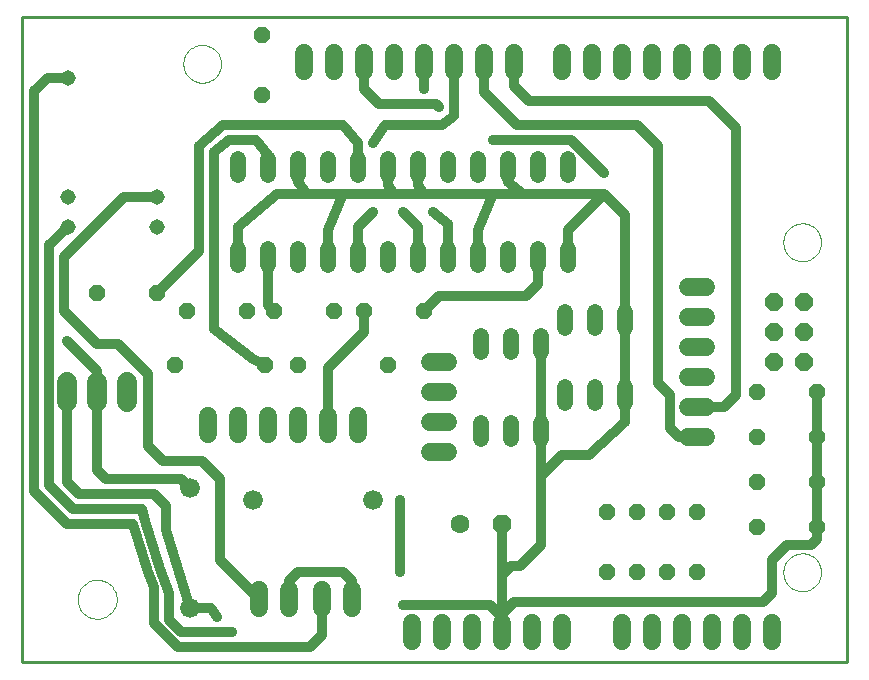
<source format=gbl>
G75*
G70*
%OFA0B0*%
%FSLAX24Y24*%
%IPPOS*%
%LPD*%
%AMOC8*
5,1,8,0,0,1.08239X$1,22.5*
%
%ADD10C,0.0100*%
%ADD11C,0.0000*%
%ADD12C,0.0520*%
%ADD13C,0.0660*%
%ADD14C,0.0660*%
%ADD15C,0.0600*%
%ADD16C,0.0594*%
%ADD17OC8,0.0520*%
%ADD18C,0.0515*%
%ADD19OC8,0.0600*%
%ADD20OC8,0.0630*%
%ADD21C,0.0630*%
%ADD22C,0.0320*%
%ADD23C,0.0356*%
D10*
X000151Y000242D02*
X000151Y021742D01*
X027651Y021742D01*
X027651Y000242D01*
X000151Y000242D01*
D11*
X002001Y002342D02*
X002003Y002392D01*
X002009Y002442D01*
X002019Y002492D01*
X002032Y002540D01*
X002049Y002588D01*
X002070Y002634D01*
X002094Y002678D01*
X002122Y002720D01*
X002153Y002760D01*
X002187Y002797D01*
X002224Y002832D01*
X002263Y002863D01*
X002304Y002892D01*
X002348Y002917D01*
X002394Y002939D01*
X002441Y002957D01*
X002489Y002971D01*
X002538Y002982D01*
X002588Y002989D01*
X002638Y002992D01*
X002689Y002991D01*
X002739Y002986D01*
X002789Y002977D01*
X002837Y002965D01*
X002885Y002948D01*
X002931Y002928D01*
X002976Y002905D01*
X003019Y002878D01*
X003059Y002848D01*
X003097Y002815D01*
X003132Y002779D01*
X003165Y002740D01*
X003194Y002699D01*
X003220Y002656D01*
X003243Y002611D01*
X003262Y002564D01*
X003277Y002516D01*
X003289Y002467D01*
X003297Y002417D01*
X003301Y002367D01*
X003301Y002317D01*
X003297Y002267D01*
X003289Y002217D01*
X003277Y002168D01*
X003262Y002120D01*
X003243Y002073D01*
X003220Y002028D01*
X003194Y001985D01*
X003165Y001944D01*
X003132Y001905D01*
X003097Y001869D01*
X003059Y001836D01*
X003019Y001806D01*
X002976Y001779D01*
X002931Y001756D01*
X002885Y001736D01*
X002837Y001719D01*
X002789Y001707D01*
X002739Y001698D01*
X002689Y001693D01*
X002638Y001692D01*
X002588Y001695D01*
X002538Y001702D01*
X002489Y001713D01*
X002441Y001727D01*
X002394Y001745D01*
X002348Y001767D01*
X002304Y001792D01*
X002263Y001821D01*
X002224Y001852D01*
X002187Y001887D01*
X002153Y001924D01*
X002122Y001964D01*
X002094Y002006D01*
X002070Y002050D01*
X002049Y002096D01*
X002032Y002144D01*
X002019Y002192D01*
X002009Y002242D01*
X002003Y002292D01*
X002001Y002342D01*
X005521Y020192D02*
X005523Y020242D01*
X005529Y020292D01*
X005539Y020341D01*
X005553Y020389D01*
X005570Y020436D01*
X005591Y020481D01*
X005616Y020525D01*
X005644Y020566D01*
X005676Y020605D01*
X005710Y020642D01*
X005747Y020676D01*
X005787Y020706D01*
X005829Y020733D01*
X005873Y020757D01*
X005919Y020778D01*
X005966Y020794D01*
X006014Y020807D01*
X006064Y020816D01*
X006113Y020821D01*
X006164Y020822D01*
X006214Y020819D01*
X006263Y020812D01*
X006312Y020801D01*
X006360Y020786D01*
X006406Y020768D01*
X006451Y020746D01*
X006494Y020720D01*
X006535Y020691D01*
X006574Y020659D01*
X006610Y020624D01*
X006642Y020586D01*
X006672Y020546D01*
X006699Y020503D01*
X006722Y020459D01*
X006741Y020413D01*
X006757Y020365D01*
X006769Y020316D01*
X006777Y020267D01*
X006781Y020217D01*
X006781Y020167D01*
X006777Y020117D01*
X006769Y020068D01*
X006757Y020019D01*
X006741Y019971D01*
X006722Y019925D01*
X006699Y019881D01*
X006672Y019838D01*
X006642Y019798D01*
X006610Y019760D01*
X006574Y019725D01*
X006535Y019693D01*
X006494Y019664D01*
X006451Y019638D01*
X006406Y019616D01*
X006360Y019598D01*
X006312Y019583D01*
X006263Y019572D01*
X006214Y019565D01*
X006164Y019562D01*
X006113Y019563D01*
X006064Y019568D01*
X006014Y019577D01*
X005966Y019590D01*
X005919Y019606D01*
X005873Y019627D01*
X005829Y019651D01*
X005787Y019678D01*
X005747Y019708D01*
X005710Y019742D01*
X005676Y019779D01*
X005644Y019818D01*
X005616Y019859D01*
X005591Y019903D01*
X005570Y019948D01*
X005553Y019995D01*
X005539Y020043D01*
X005529Y020092D01*
X005523Y020142D01*
X005521Y020192D01*
X025521Y014242D02*
X025523Y014292D01*
X025529Y014342D01*
X025539Y014391D01*
X025553Y014439D01*
X025570Y014486D01*
X025591Y014531D01*
X025616Y014575D01*
X025644Y014616D01*
X025676Y014655D01*
X025710Y014692D01*
X025747Y014726D01*
X025787Y014756D01*
X025829Y014783D01*
X025873Y014807D01*
X025919Y014828D01*
X025966Y014844D01*
X026014Y014857D01*
X026064Y014866D01*
X026113Y014871D01*
X026164Y014872D01*
X026214Y014869D01*
X026263Y014862D01*
X026312Y014851D01*
X026360Y014836D01*
X026406Y014818D01*
X026451Y014796D01*
X026494Y014770D01*
X026535Y014741D01*
X026574Y014709D01*
X026610Y014674D01*
X026642Y014636D01*
X026672Y014596D01*
X026699Y014553D01*
X026722Y014509D01*
X026741Y014463D01*
X026757Y014415D01*
X026769Y014366D01*
X026777Y014317D01*
X026781Y014267D01*
X026781Y014217D01*
X026777Y014167D01*
X026769Y014118D01*
X026757Y014069D01*
X026741Y014021D01*
X026722Y013975D01*
X026699Y013931D01*
X026672Y013888D01*
X026642Y013848D01*
X026610Y013810D01*
X026574Y013775D01*
X026535Y013743D01*
X026494Y013714D01*
X026451Y013688D01*
X026406Y013666D01*
X026360Y013648D01*
X026312Y013633D01*
X026263Y013622D01*
X026214Y013615D01*
X026164Y013612D01*
X026113Y013613D01*
X026064Y013618D01*
X026014Y013627D01*
X025966Y013640D01*
X025919Y013656D01*
X025873Y013677D01*
X025829Y013701D01*
X025787Y013728D01*
X025747Y013758D01*
X025710Y013792D01*
X025676Y013829D01*
X025644Y013868D01*
X025616Y013909D01*
X025591Y013953D01*
X025570Y013998D01*
X025553Y014045D01*
X025539Y014093D01*
X025529Y014142D01*
X025523Y014192D01*
X025521Y014242D01*
X025521Y003242D02*
X025523Y003292D01*
X025529Y003342D01*
X025539Y003391D01*
X025553Y003439D01*
X025570Y003486D01*
X025591Y003531D01*
X025616Y003575D01*
X025644Y003616D01*
X025676Y003655D01*
X025710Y003692D01*
X025747Y003726D01*
X025787Y003756D01*
X025829Y003783D01*
X025873Y003807D01*
X025919Y003828D01*
X025966Y003844D01*
X026014Y003857D01*
X026064Y003866D01*
X026113Y003871D01*
X026164Y003872D01*
X026214Y003869D01*
X026263Y003862D01*
X026312Y003851D01*
X026360Y003836D01*
X026406Y003818D01*
X026451Y003796D01*
X026494Y003770D01*
X026535Y003741D01*
X026574Y003709D01*
X026610Y003674D01*
X026642Y003636D01*
X026672Y003596D01*
X026699Y003553D01*
X026722Y003509D01*
X026741Y003463D01*
X026757Y003415D01*
X026769Y003366D01*
X026777Y003317D01*
X026781Y003267D01*
X026781Y003217D01*
X026777Y003167D01*
X026769Y003118D01*
X026757Y003069D01*
X026741Y003021D01*
X026722Y002975D01*
X026699Y002931D01*
X026672Y002888D01*
X026642Y002848D01*
X026610Y002810D01*
X026574Y002775D01*
X026535Y002743D01*
X026494Y002714D01*
X026451Y002688D01*
X026406Y002666D01*
X026360Y002648D01*
X026312Y002633D01*
X026263Y002622D01*
X026214Y002615D01*
X026164Y002612D01*
X026113Y002613D01*
X026064Y002618D01*
X026014Y002627D01*
X025966Y002640D01*
X025919Y002656D01*
X025873Y002677D01*
X025829Y002701D01*
X025787Y002728D01*
X025747Y002758D01*
X025710Y002792D01*
X025676Y002829D01*
X025644Y002868D01*
X025616Y002909D01*
X025591Y002953D01*
X025570Y002998D01*
X025553Y003045D01*
X025539Y003093D01*
X025529Y003142D01*
X025523Y003192D01*
X025521Y003242D01*
D12*
X020251Y008882D02*
X020251Y009402D01*
X019251Y009402D02*
X019251Y008882D01*
X018251Y008882D02*
X018251Y009402D01*
X017451Y008202D02*
X017451Y007682D01*
X016451Y007682D02*
X016451Y008202D01*
X015451Y008202D02*
X015451Y007682D01*
X015451Y010582D02*
X015451Y011102D01*
X016451Y011102D02*
X016451Y010582D01*
X017451Y010582D02*
X017451Y011102D01*
X018251Y011382D02*
X018251Y011902D01*
X019251Y011902D02*
X019251Y011382D01*
X020251Y011382D02*
X020251Y011902D01*
X018351Y013482D02*
X018351Y014002D01*
X017351Y014002D02*
X017351Y013482D01*
X016351Y013482D02*
X016351Y014002D01*
X015351Y014002D02*
X015351Y013482D01*
X014351Y013482D02*
X014351Y014002D01*
X013351Y014002D02*
X013351Y013482D01*
X012351Y013482D02*
X012351Y014002D01*
X011351Y014002D02*
X011351Y013482D01*
X010351Y013482D02*
X010351Y014002D01*
X009351Y014002D02*
X009351Y013482D01*
X008351Y013482D02*
X008351Y014002D01*
X007351Y014002D02*
X007351Y013482D01*
X007351Y016482D02*
X007351Y017002D01*
X008351Y017002D02*
X008351Y016482D01*
X009351Y016482D02*
X009351Y017002D01*
X010351Y017002D02*
X010351Y016482D01*
X011351Y016482D02*
X011351Y017002D01*
X012351Y017002D02*
X012351Y016482D01*
X013351Y016482D02*
X013351Y017002D01*
X014351Y017002D02*
X014351Y016482D01*
X015351Y016482D02*
X015351Y017002D01*
X016351Y017002D02*
X016351Y016482D01*
X017351Y016482D02*
X017351Y017002D01*
X018351Y017002D02*
X018351Y016482D01*
D13*
X003651Y009572D02*
X003651Y008912D01*
X002651Y008912D02*
X002651Y009572D01*
X001651Y009572D02*
X001651Y008912D01*
D14*
X005751Y006042D03*
X007851Y005642D03*
X011851Y005642D03*
X005751Y002042D03*
D15*
X006351Y007842D02*
X006351Y008442D01*
X007351Y008442D02*
X007351Y007842D01*
X008351Y007842D02*
X008351Y008442D01*
X009351Y008442D02*
X009351Y007842D01*
X010351Y007842D02*
X010351Y008442D01*
X011351Y008442D02*
X011351Y007842D01*
X013751Y008242D02*
X014351Y008242D01*
X014351Y007242D02*
X013751Y007242D01*
X013751Y009242D02*
X014351Y009242D01*
X014351Y010242D02*
X013751Y010242D01*
X022351Y010742D02*
X022951Y010742D01*
X022951Y011742D02*
X022351Y011742D01*
X022351Y012742D02*
X022951Y012742D01*
X022951Y009742D02*
X022351Y009742D01*
X022351Y008742D02*
X022951Y008742D01*
X022951Y007742D02*
X022351Y007742D01*
X022151Y001542D02*
X022151Y000942D01*
X021151Y000942D02*
X021151Y001542D01*
X020151Y001542D02*
X020151Y000942D01*
X018151Y000942D02*
X018151Y001542D01*
X017151Y001542D02*
X017151Y000942D01*
X016151Y000942D02*
X016151Y001542D01*
X015151Y001542D02*
X015151Y000942D01*
X014151Y000942D02*
X014151Y001542D01*
X013151Y001542D02*
X013151Y000942D01*
X023151Y000942D02*
X023151Y001542D01*
X024151Y001542D02*
X024151Y000942D01*
X025151Y000942D02*
X025151Y001542D01*
X025151Y019942D02*
X025151Y020542D01*
X024151Y020542D02*
X024151Y019942D01*
X023151Y019942D02*
X023151Y020542D01*
X022151Y020542D02*
X022151Y019942D01*
X021151Y019942D02*
X021151Y020542D01*
X020151Y020542D02*
X020151Y019942D01*
X019151Y019942D02*
X019151Y020542D01*
X018151Y020542D02*
X018151Y019942D01*
X016551Y019942D02*
X016551Y020542D01*
X015551Y020542D02*
X015551Y019942D01*
X014551Y019942D02*
X014551Y020542D01*
X013551Y020542D02*
X013551Y019942D01*
X012551Y019942D02*
X012551Y020542D01*
X011551Y020542D02*
X011551Y019942D01*
X010551Y019942D02*
X010551Y020542D01*
X009551Y020542D02*
X009551Y019942D01*
D16*
X009051Y002639D02*
X009051Y002045D01*
X008051Y002045D02*
X008051Y002639D01*
X010151Y002639D02*
X010151Y002045D01*
X011151Y002045D02*
X011151Y002639D01*
D17*
X019651Y003242D03*
X020651Y003242D03*
X021651Y003242D03*
X022651Y003242D03*
X024651Y004742D03*
X024651Y006242D03*
X024651Y007742D03*
X024651Y009242D03*
X026651Y009242D03*
X026651Y007742D03*
X026651Y006242D03*
X026651Y004742D03*
X022651Y005242D03*
X021651Y005242D03*
X020651Y005242D03*
X019651Y005242D03*
X012351Y010142D03*
X011551Y011942D03*
X010551Y011942D03*
X008551Y011942D03*
X007651Y011942D03*
X005651Y011942D03*
X004651Y012542D03*
X002651Y012542D03*
X005251Y010142D03*
X008251Y010142D03*
X009351Y010142D03*
X013551Y011942D03*
X008151Y019142D03*
X008151Y021142D03*
D18*
X001661Y019732D03*
X001661Y015742D03*
X001661Y014752D03*
X004641Y014752D03*
X004641Y015742D03*
D19*
X025201Y012242D03*
X025201Y011242D03*
X026201Y011242D03*
X026201Y012242D03*
X026201Y010242D03*
X025201Y010242D03*
D20*
X016151Y004842D03*
D21*
X014751Y004842D03*
D22*
X016151Y004842D02*
X016151Y003142D01*
X016151Y001842D01*
X016151Y001742D01*
X015751Y002142D01*
X012851Y002142D01*
X012751Y003242D02*
X012751Y005642D01*
X010851Y003242D02*
X011151Y002942D01*
X011151Y002342D01*
X010851Y003242D02*
X009351Y003242D01*
X009051Y002942D01*
X009051Y002342D01*
X008051Y002342D02*
X006751Y003642D01*
X006751Y006342D01*
X006151Y006942D01*
X004851Y006942D01*
X004351Y007442D01*
X004351Y009842D01*
X003351Y010842D01*
X002651Y010842D01*
X001551Y011942D01*
X001551Y013742D01*
X003551Y015742D01*
X004641Y015742D01*
X006551Y017242D02*
X007051Y017642D01*
X007951Y017642D01*
X008351Y017142D01*
X008351Y016742D01*
X009351Y016742D02*
X009351Y016242D01*
X009651Y015842D01*
X010851Y015842D01*
X012551Y015842D01*
X013551Y015842D01*
X015851Y015842D01*
X016851Y015842D01*
X019551Y015842D01*
X020251Y015142D01*
X020251Y011642D01*
X020251Y009142D01*
X020251Y008242D01*
X019051Y007142D01*
X018151Y007142D01*
X017451Y006442D01*
X017451Y004142D01*
X016751Y003442D01*
X016451Y003442D01*
X016151Y003142D01*
X016551Y002242D02*
X016151Y001842D01*
X016151Y001742D02*
X016151Y001242D01*
X016551Y002242D02*
X024851Y002242D01*
X025151Y002542D01*
X025151Y003642D01*
X025651Y004142D01*
X026451Y004142D01*
X026651Y004342D01*
X026651Y004742D01*
X026651Y006242D01*
X026651Y007742D01*
X026651Y009242D01*
X023951Y009142D02*
X023551Y008742D01*
X022651Y008742D01*
X021751Y009142D02*
X021751Y008042D01*
X022051Y007742D01*
X022651Y007742D01*
X021751Y009142D02*
X021351Y009542D01*
X021351Y017442D01*
X020651Y018142D01*
X016651Y018142D01*
X015551Y019242D01*
X015551Y020242D01*
X014551Y020242D02*
X014551Y018442D01*
X014151Y018142D01*
X012251Y018142D01*
X011851Y017542D01*
X011351Y017542D02*
X011351Y016742D01*
X011351Y017542D02*
X010851Y018142D01*
X006851Y018142D01*
X006051Y017442D01*
X006051Y013942D01*
X004651Y012542D01*
X006551Y011342D02*
X007851Y010342D01*
X008251Y010142D01*
X006551Y011342D02*
X006551Y017242D01*
X008651Y015842D02*
X009651Y015842D01*
X008651Y015842D02*
X007351Y014742D01*
X007351Y013742D01*
X008351Y013742D02*
X008351Y012142D01*
X008551Y011942D01*
X010351Y013742D02*
X010351Y014642D01*
X010851Y015842D01*
X011851Y015242D02*
X011351Y014742D01*
X011351Y013742D01*
X012851Y015242D02*
X013351Y014742D01*
X013351Y013742D01*
X014351Y013742D02*
X014351Y014842D01*
X013851Y015242D01*
X013551Y015842D02*
X013351Y016142D01*
X013351Y016742D01*
X012351Y016742D02*
X012351Y016142D01*
X012551Y015842D01*
X015351Y014642D02*
X015351Y013742D01*
X015351Y014642D02*
X015851Y015842D01*
X016351Y016242D02*
X016851Y015842D01*
X016351Y016242D02*
X016351Y016742D01*
X015851Y017642D02*
X018451Y017642D01*
X019551Y016542D01*
X019551Y015842D02*
X018351Y014642D01*
X018351Y013742D01*
X017351Y013742D02*
X017351Y012842D01*
X016951Y012442D01*
X014051Y012442D01*
X013551Y011942D01*
X011551Y011942D02*
X011551Y011242D01*
X011351Y011042D01*
X011151Y010842D01*
X010351Y010042D01*
X010351Y008142D01*
X005751Y006042D02*
X005451Y006342D01*
X002951Y006342D01*
X002751Y006542D01*
X002651Y006642D01*
X002651Y009242D01*
X002651Y009942D01*
X001651Y010942D01*
X001651Y009242D02*
X001651Y006242D01*
X002051Y005842D01*
X004551Y005842D01*
X004951Y005442D01*
X004951Y004642D01*
X005751Y002042D01*
X006451Y002042D01*
X006651Y001742D01*
X007151Y001242D02*
X005451Y001242D01*
X005051Y001642D01*
X005051Y002542D01*
X004751Y003342D01*
X004251Y004942D01*
X004151Y005342D01*
X001851Y005342D01*
X001051Y006142D01*
X001051Y014142D01*
X001661Y014752D01*
X000551Y019282D02*
X000551Y005942D01*
X001651Y004842D01*
X003851Y004842D01*
X004351Y003242D01*
X004551Y002742D01*
X004551Y001542D01*
X005351Y000742D01*
X009751Y000742D01*
X010151Y001142D01*
X010151Y002342D01*
X017451Y006442D02*
X017451Y007942D01*
X017451Y010842D01*
X023951Y009142D02*
X023951Y018042D01*
X023051Y018942D01*
X017051Y018942D01*
X016551Y019442D01*
X016551Y020242D01*
X014051Y018742D02*
X013951Y018842D01*
X013151Y018842D01*
X012951Y018842D01*
X012051Y018842D01*
X011551Y019342D01*
X011551Y020242D01*
X013551Y020242D02*
X013551Y019342D01*
X001661Y019732D02*
X001001Y019732D01*
X000551Y019282D01*
D23*
X001651Y010942D03*
X011851Y015242D03*
X012851Y015242D03*
X013851Y015242D03*
X011851Y017542D03*
X013551Y019342D03*
X014051Y018742D03*
X015851Y017642D03*
X019551Y016542D03*
X012751Y005642D03*
X012751Y003242D03*
X012851Y002142D03*
X007151Y001242D03*
X006651Y001742D03*
M02*

</source>
